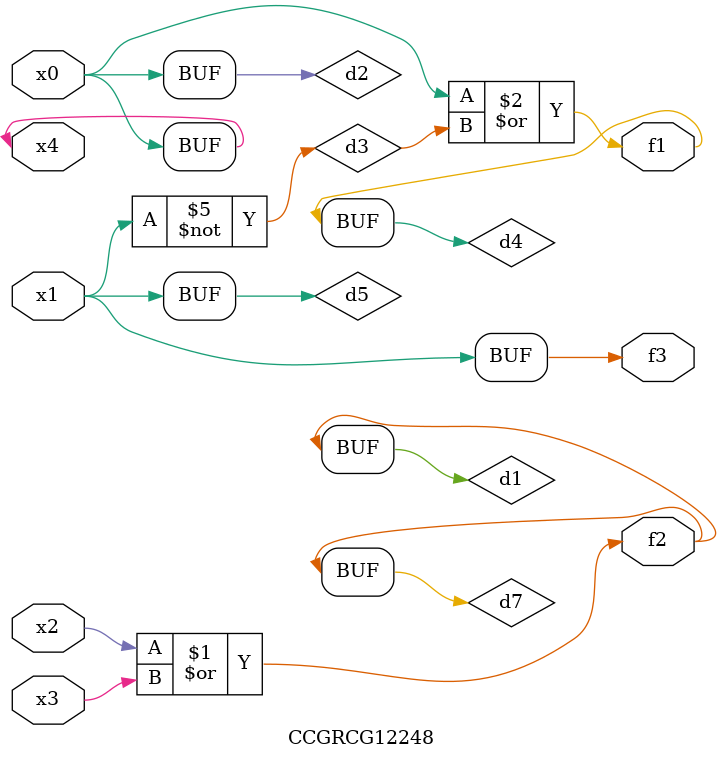
<source format=v>
module CCGRCG12248(
	input x0, x1, x2, x3, x4,
	output f1, f2, f3
);

	wire d1, d2, d3, d4, d5, d6, d7;

	or (d1, x2, x3);
	buf (d2, x0, x4);
	not (d3, x1);
	or (d4, d2, d3);
	not (d5, d3);
	nand (d6, d1, d3);
	or (d7, d1);
	assign f1 = d4;
	assign f2 = d7;
	assign f3 = d5;
endmodule

</source>
